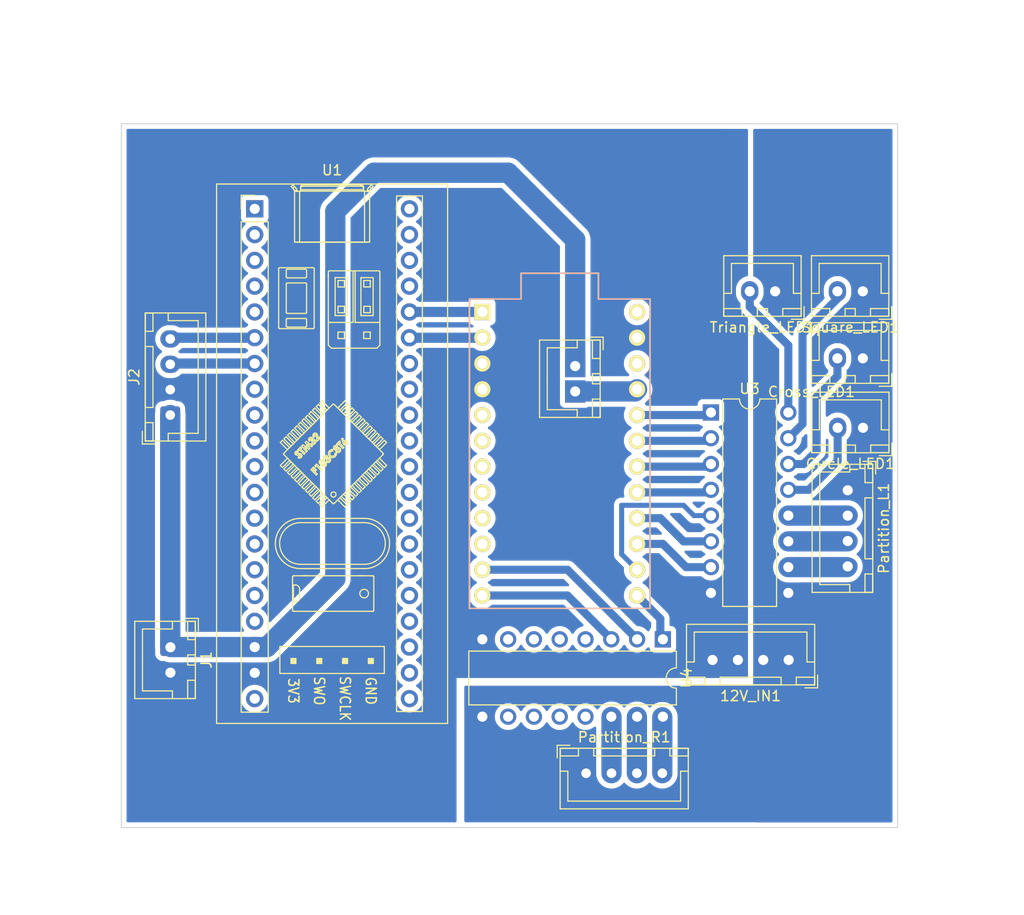
<source format=kicad_pcb>
(kicad_pcb (version 20210722) (generator pcbnew)
  (layers (0 "F.Cu" signal) (31 "B.Cu" signal) (34 "B.Paste" user) (35 "F.Paste" user) (36 "B.SilkS" user "B.Silkscreen") (37 "F.SilkS" user "F.Silkscreen") (38 "B.Mask" user) (39 "F.Mask" user) (44 "Edge.Cuts" user))
  (net 0 "")
  (net 9 "Net-(U1-Pad35)")
  (net 11 "Net-(U1-Pad36)")
  (net 35 "Net-(Circle_LED1-Pad2)")
  (net 44 "Net-(Cross_LED1-Pad2)")
  (net 45 "Net-(Partition_L1-Pad2)")
  (net 46 "Net-(Partition_L1-Pad3)")
  (net 47 "Net-(Partition_L1-Pad4)")
  (net 48 "Net-(Partition_R1-Pad2)")
  (net 49 "Net-(Partition_R1-Pad3)")
  (net 50 "Net-(Partition_R1-Pad4)")
  (net 53 "Net-(Square_LED1-Pad2)")
  (net 54 "Net-(Triangle_LED1-Pad2)")
  (net 55 "Net-(U2-Pad11)")
  (net 56 "Net-(U2-Pad12)")
  (net 57 "Net-(U2-Pad13)")
  (net 58 "Net-(U2-Pad14)")
  (net 59 "Net-(U2-Pad15)")
  (net 60 "Net-(U2-Pad16)")
  (net 61 "Net-(U2-Pad17)")
  (net 62 "Net-(U2-Pad18)")
  (net 63 "Net-(U2-Pad19)")
  (net 64 "Net-(U2-Pad20)")
  (net 73 "Net-(12V_IN1-Pad1)")
  (net 74 "Net-(Arduino_power1-Pad1)")
  (net 75 "Net-(Arduino_power1-Pad2)")
  (net 76 "Net-(U1-Pad7)")
  (net 77 "Net-(U1-Pad6)")
  (net 78 "Net-(12V_IN1-Pad3)")
  (footprint "Connector_JST:JST_XH_B2B-XH-A_1x02_P2.50mm_Vertical" (layer "F.Cu") (at 159.529 105.938 -90)
    (fp_text reference "J1" (at 1.25 -3.55 90) (layer "F.SilkS"))
    (fp_text value "Conn_01x02")
    (pad "1" thru_hole roundrect locked (at 0 0 270) (size 1.7 2) (drill 1) (layers *.Cu *.Mask) (roundrect_rratio 0.147059) (net 74 "Net-(Arduino_power1-Pad1)"))
    (pad "2" thru_hole oval locked (at 2.5 0 270) (size 1.7 2) (drill 1) (layers *.Cu *.Mask) (net 78 "Net-(12V_IN1-Pad3)"))
  )
  (footprint "bluepill:YAAJ_BluePill_1" (layer "F.Cu") (at 167.83 62.74)
    (fp_text reference "U1" (at 7.62 -3.81) (layer "F.SilkS"))
    (fp_text value "YAAJ_BluePill_Part_Like" hide)
    (fp_text user "SWCLK" (at 8.89 48.26 270 unlocked) (layer "F.SilkS") (effects (font (size 1 0.9))))
    (fp_text user "SWO" (at 6.35 47.498 270 unlocked) (layer "F.SilkS") (effects (font (size 1 0.9))))
    (fp_text user "GND" (at 11.43 47.498 270 unlocked) (layer "F.SilkS") (effects (font (size 1 0.9))))
    (fp_text user "3V3" (at 3.81 47.498 270 unlocked) (layer "F.SilkS") (effects (font (size 1 0.9))))
    (pad "1" thru_hole rect locked (at 0 0) (size 1.7 1.7) (drill 1) (layers *.Cu *.Mask))
    (pad "2" thru_hole circle locked (at 0 2.54) (size 1.7 1.7) (drill 1) (layers *.Cu *.Mask))
    (pad "3" thru_hole circle locked (at 0 5.08) (size 1.7 1.7) (drill 1) (layers *.Cu *.Mask))
    (pad "4" thru_hole circle locked (at 0 7.62) (size 1.7 1.7) (drill 1) (layers *.Cu *.Mask))
    (pad "5" thru_hole circle locked (at 0 10.16) (size 1.7 1.7) (drill 1) (layers *.Cu *.Mask))
    (pad "6" thru_hole circle locked (at 0 12.7) (size 1.7 1.7) (drill 1) (layers *.Cu *.Mask) (net 77 "Net-(U1-Pad6)"))
    (pad "7" thru_hole circle locked (at 0 15.24) (size 1.7 1.7) (drill 1) (layers *.Cu *.Mask) (net 76 "Net-(U1-Pad7)"))
    (pad "8" thru_hole circle locked (at 0 17.78) (size 1.7 1.7) (drill 1) (layers *.Cu *.Mask))
    (pad "9" thru_hole circle locked (at 0 20.32) (size 1.7 1.7) (drill 1) (layers *.Cu *.Mask))
    (pad "10" thru_hole circle locked (at 0 22.86) (size 1.7 1.7) (drill 1) (layers *.Cu *.Mask))
    (pad "11" thru_hole circle locked (at 0 25.4) (size 1.7 1.7) (drill 1) (layers *.Cu *.Mask))
    (pad "12" thru_hole circle locked (at 0 27.94) (size 1.7 1.7) (drill 1) (layers *.Cu *.Mask))
    (pad "13" thru_hole circle locked (at 0 30.48) (size 1.7 1.7) (drill 1) (layers *.Cu *.Mask))
    (pad "14" thru_hole circle locked (at 0 33.02) (size 1.7 1.7) (drill 1) (layers *.Cu *.Mask))
    (pad "15" thru_hole circle locked (at 0 35.56) (size 1.7 1.7) (drill 1) (layers *.Cu *.Mask))
    (pad "16" thru_hole circle locked (at 0 38.1) (size 1.7 1.7) (drill 1) (layers *.Cu *.Mask))
    (pad "17" thru_hole circle locked (at 0 40.64) (size 1.7 1.7) (drill 1) (layers *.Cu *.Mask))
    (pad "18" thru_hole circle locked (at 0 43.18) (size 1.7 1.7) (drill 1) (layers *.Cu *.Mask) (net 74 "Net-(Arduino_power1-Pad1)"))
    (pad "19" thru_hole circle locked (at 0 45.72) (size 1.7 1.7) (drill 1) (layers *.Cu *.Mask) (net 78 "Net-(12V_IN1-Pad3)"))
    (pad "20" thru_hole circle locked (at 0 48.26) (size 1.7 1.7) (drill 1) (layers *.Cu *.Mask))
    (pad "21" thru_hole circle locked (at 15.24 48.26) (size 1.7 1.7) (drill 1) (layers *.Cu *.Mask))
    (pad "22" thru_hole circle locked (at 15.24 45.72) (size 1.7 1.7) (drill 1) (layers *.Cu *.Mask))
    (pad "23" thru_hole circle locked (at 15.24 43.18) (size 1.7 1.7) (drill 1) (layers *.Cu *.Mask))
    (pad "24" thru_hole circle locked (at 15.24 40.64) (size 1.7 1.7) (drill 1) (layers *.Cu *.Mask))
    (pad "25" thru_hole circle locked (at 15.24 38.1) (size 1.7 1.7) (drill 1) (layers *.Cu *.Mask))
    (pad "26" thru_hole circle locked (at 15.24 35.56) (size 1.7 1.7) (drill 1) (layers *.Cu *.Mask))
    (pad "27" thru_hole circle locked (at 15.24 33.02) (size 1.7 1.7) (drill 1) (layers *.Cu *.Mask))
    (pad "28" thru_hole circle locked (at 15.24 30.48) (size 1.7 1.7) (drill 1) (layers *.Cu *.Mask))
    (pad "29" thru_hole circle locked (at 15.24 27.94) (size 1.7 1.7) (drill 1) (layers *.Cu *.Mask))
    (pad "30" thru_hole circle locked (at 15.24 25.4) (size 1.7 1.7) (drill 1) (layers *.Cu *.Mask))
    (pad "31" thru_hole circle locked (at 15.24 22.86) (size 1.7 1.7) (drill 1) (layers *.Cu *.Mask))
    (pad "32" thru_hole circle locked (at 15.24 20.32) (size 1.7 1.7) (drill 1) (layers *.Cu *.Mask))
    (pad "33" thru_hole circle locked (at 15.24 17.78) (size 1.7 1.7) (drill 1) (layers *.Cu *.Mask))
    (pad "34" thru_hole circle locked (at 15.24 15.24) (size 1.7 1.7) (drill 1) (layers *.Cu *.Mask))
    (pad "35" thru_hole circle locked (at 15.24 12.7) (size 1.7 1.7) (drill 1) (layers *.Cu *.Mask) (net 9 "Net-(U1-Pad35)"))
    (pad "36" thru_hole circle locked (at 15.24 10.16) (size 1.7 1.7) (drill 1) (layers *.Cu *.Mask) (net 11 "Net-(U1-Pad36)"))
    (pad "37" thru_hole circle locked (at 15.24 7.62) (size 1.7 1.7) (drill 1) (layers *.Cu *.Mask))
    (pad "38" thru_hole circle locked (at 15.24 5.08) (size 1.7 1.7) (drill 1) (layers *.Cu *.Mask))
    (pad "39" thru_hole circle locked (at 15.24 2.54) (size 1.7 1.7) (drill 1) (layers *.Cu *.Mask))
    (pad "40" thru_hole circle locked (at 15.24 0) (size 1.7 1.7) (drill 1) (layers *.Cu *.Mask))
  )
  (footprint "promicro:ProMicro" (layer "F.Cu") (at 197.866 86.868 -90)
    (fp_text reference "U2" hide)
    (fp_text value "ProMicro")
    (pad "1" thru_hole rect locked (at -13.97 7.62 270) (size 1.6 1.6) (drill 1) (layers *.Cu *.Mask "F.SilkS") (net 11 "Net-(U1-Pad36)"))
    (pad "2" thru_hole circle locked (at -11.43 7.62 270) (size 1.6 1.6) (drill 1) (layers *.Cu *.Mask "F.SilkS") (net 9 "Net-(U1-Pad35)"))
    (pad "3" thru_hole circle locked (at -8.89 7.62 270) (size 1.6 1.6) (drill 1) (layers *.Cu *.Mask "F.SilkS") (net 78 "Net-(12V_IN1-Pad3)"))
    (pad "4" thru_hole circle locked (at -6.35 7.62 270) (size 1.6 1.6) (drill 1) (layers *.Cu *.Mask "F.SilkS") (net 78 "Net-(12V_IN1-Pad3)"))
    (pad "5" thru_hole circle locked (at -3.81 7.62 270) (size 1.6 1.6) (drill 1) (layers *.Cu *.Mask "F.SilkS"))
    (pad "6" thru_hole circle locked (at -1.27 7.62 270) (size 1.6 1.6) (drill 1) (layers *.Cu *.Mask "F.SilkS"))
    (pad "7" thru_hole circle locked (at 1.27 7.62 270) (size 1.6 1.6) (drill 1) (layers *.Cu *.Mask "F.SilkS"))
    (pad "8" thru_hole circle locked (at 3.81 7.62 270) (size 1.6 1.6) (drill 1) (layers *.Cu *.Mask "F.SilkS"))
    (pad "9" thru_hole circle locked (at 6.35 7.62 270) (size 1.6 1.6) (drill 1) (layers *.Cu *.Mask "F.SilkS"))
    (pad "10" thru_hole circle locked (at 8.89 7.62 270) (size 1.6 1.6) (drill 1) (layers *.Cu *.Mask "F.SilkS"))
    (pad "11" thru_hole circle locked (at 11.43 7.62 270) (size 1.6 1.6) (drill 1) (layers *.Cu *.Mask "F.SilkS") (net 55 "Net-(U2-Pad11)"))
    (pad "12" thru_hole circle locked (at 13.97 7.62 270) (size 1.6 1.6) (drill 1) (layers *.Cu *.Mask "F.SilkS") (net 56 "Net-(U2-Pad12)"))
    (pad "13" thru_hole circle locked (at 13.97 -7.62 270) (size 1.6 1.6) (drill 1) (layers *.Cu *.Mask "F.SilkS") (net 57 "Net-(U2-Pad13)"))
    (pad "14" thru_hole circle locked (at 11.43 -7.62 270) (size 1.6 1.6) (drill 1) (layers *.Cu *.Mask "F.SilkS") (net 58 "Net-(U2-Pad14)"))
    (pad "15" thru_hole circle locked (at 8.89 -7.62 270) (size 1.6 1.6) (drill 1) (layers *.Cu *.Mask "F.SilkS") (net 59 "Net-(U2-Pad15)"))
    (pad "16" thru_hole circle locked (at 6.35 -7.62 270) (size 1.6 1.6) (drill 1) (layers *.Cu *.Mask "F.SilkS") (net 60 "Net-(U2-Pad16)"))
    (pad "17" thru_hole circle locked (at 3.81 -7.62 270) (size 1.6 1.6) (drill 1) (layers *.Cu *.Mask "F.SilkS") (net 61 "Net-(U2-Pad17)"))
    (pad "18" thru_hole circle locked (at 1.27 -7.62 270) (size 1.6 1.6) (drill 1) (layers *.Cu *.Mask "F.SilkS") (net 62 "Net-(U2-Pad18)"))
    (pad "19" thru_hole circle locked (at -1.27 -7.62 270) (size 1.6 1.6) (drill 1) (layers *.Cu *.Mask "F.SilkS") (net 63 "Net-(U2-Pad19)"))
    (pad "20" thru_hole circle locked (at -3.81 -7.62 270) (size 1.6 1.6) (drill 1) (layers *.Cu *.Mask "F.SilkS") (net 64 "Net-(U2-Pad20)"))
    (pad "21" thru_hole circle locked (at -6.35 -7.62 270) (size 1.6 1.6) (drill 1) (layers *.Cu *.Mask "F.SilkS") (net 75 "Net-(Arduino_power1-Pad2)"))
    (pad "22" thru_hole circle locked (at -8.89 -7.62 270) (size 1.6 1.6) (drill 1) (layers *.Cu *.Mask "F.SilkS"))
    (pad "23" thru_hole circle locked (at -11.43 -7.62 270) (size 1.6 1.6) (drill 1) (layers *.Cu *.Mask "F.SilkS") (net 78 "Net-(12V_IN1-Pad3)"))
    (pad "24" thru_hole circle locked (at -13.97 -7.62 270) (size 1.6 1.6) (drill 1) (layers *.Cu *.Mask "F.SilkS"))
  )
  (footprint "Connector_JST:JST_XH_B4B-XH-A_1x04_P2.50mm_Vertical" (layer "F.Cu") (at 226.228 90.469 -90)
    (fp_text reference "Partition_L1" (at 3.75 -3.55 90) (layer "F.SilkS"))
    (fp_text value "Conn_01x04")
    (pad "1" thru_hole roundrect locked (at 0 0 270) (size 1.7 1.95) (drill 1) (layers *.Cu *.Mask) (roundrect_rratio 0.147059) (net 73 "Net-(12V_IN1-Pad1)"))
    (pad "2" thru_hole oval locked (at 2.5 0 270) (size 1.7 1.95) (drill 1) (layers *.Cu *.Mask) (net 45 "Net-(Partition_L1-Pad2)"))
    (pad "3" thru_hole oval locked (at 5 0 270) (size 1.7 1.95) (drill 1) (layers *.Cu *.Mask) (net 46 "Net-(Partition_L1-Pad3)"))
    (pad "4" thru_hole oval locked (at 7.5 0 270) (size 1.7 1.95) (drill 1) (layers *.Cu *.Mask) (net 47 "Net-(Partition_L1-Pad4)"))
  )
  (footprint "Connector_JST:JST_XH_B4B-XH-A_1x04_P2.50mm_Vertical" (layer "F.Cu") (at 220.412 107.188 180)
    (fp_text reference "12V_IN1" (at 3.75 -3.55) (layer "F.SilkS"))
    (fp_text value "Conn_01x04")
    (pad "1" thru_hole roundrect locked (at 0 0 180) (size 1.7 1.95) (drill 1) (layers *.Cu *.Mask) (roundrect_rratio 0.147059) (net 73 "Net-(12V_IN1-Pad1)"))
    (pad "2" thru_hole oval locked (at 2.5 0 180) (size 1.7 1.95) (drill 1) (layers *.Cu *.Mask) (net 73 "Net-(12V_IN1-Pad1)"))
    (pad "3" thru_hole oval locked (at 5 0 180) (size 1.7 1.95) (drill 1) (layers *.Cu *.Mask) (net 78 "Net-(12V_IN1-Pad3)"))
    (pad "4" thru_hole oval locked (at 7.5 0 180) (size 1.7 1.95) (drill 1) (layers *.Cu *.Mask) (net 78 "Net-(12V_IN1-Pad3)"))
  )
  (footprint "Connector_JST:JST_XH_B2B-XH-A_1x02_P2.50mm_Vertical" (layer "F.Cu") (at 227.715 70.868 180)
    (fp_text reference "Square_LED1" (at 1.25 -3.55) (layer "F.SilkS"))
    (fp_text value "Conn_01x02")
    (pad "1" thru_hole roundrect locked (at 0 0 180) (size 1.7 2) (drill 1) (layers *.Cu *.Mask) (roundrect_rratio 0.147059) (net 73 "Net-(12V_IN1-Pad1)"))
    (pad "2" thru_hole oval locked (at 2.5 0 180) (size 1.7 2) (drill 1) (layers *.Cu *.Mask) (net 53 "Net-(Square_LED1-Pad2)"))
  )
  (footprint "Connector_JST:JST_XH_B2B-XH-A_1x02_P2.50mm_Vertical" (layer "F.Cu") (at 199.39 78.232 -90)
    (fp_text reference "Arduino_power1" hide)
    (fp_text value "Conn_01x02" hide)
    (pad "1" thru_hole rect locked (at 0 0 270) (size 2.2 2) (drill 1) (layers *.Cu *.Mask) (net 74 "Net-(Arduino_power1-Pad1)"))
    (pad "2" thru_hole rect locked (at 2.5 0 270) (size 2.2 2) (drill 1) (layers *.Cu *.Mask) (net 75 "Net-(Arduino_power1-Pad2)"))
  )
  (footprint "Connector_JST:JST_XH_B2B-XH-A_1x02_P2.50mm_Vertical" (layer "F.Cu") (at 219.079 70.868 180)
    (fp_text reference "Triangle_LED1" (at 1.25 -3.55) (layer "F.SilkS"))
    (fp_text value "Conn_01x02")
    (pad "1" thru_hole roundrect locked (at 0 0 180) (size 1.7 2) (drill 1) (layers *.Cu *.Mask) (roundrect_rratio 0.147059) (net 73 "Net-(12V_IN1-Pad1)"))
    (pad "2" thru_hole oval locked (at 2.5 0 180) (size 1.7 2) (drill 1) (layers *.Cu *.Mask) (net 54 "Net-(Triangle_LED1-Pad2)"))
  )
  (footprint "Package_DIP:DIP-16_W7.62mm" (layer "F.Cu") (at 208.026 105.156 -90)
    (fp_text reference "U4" (at 3.81 -2.33 90) (layer "F.SilkS"))
    (fp_text value "ULN2003")
    (pad "1" thru_hole rect locked (at 0 0 270) (size 1.6 1.6) (drill 1) (layers *.Cu *.Mask) (net 57 "Net-(U2-Pad13)"))
    (pad "2" thru_hole oval locked (at 0 2.54 270) (size 1.6 1.6) (drill 1) (layers *.Cu *.Mask) (net 55 "Net-(U2-Pad11)"))
    (pad "3" thru_hole oval locked (at 0 5.08 270) (size 1.6 1.6) (drill 1) (layers *.Cu *.Mask) (net 56 "Net-(U2-Pad12)"))
    (pad "4" thru_hole oval locked (at 0 7.62 270) (size 1.6 1.6) (drill 1) (layers *.Cu *.Mask))
    (pad "5" thru_hole oval locked (at 0 10.16 270) (size 1.6 1.6) (drill 1) (layers *.Cu *.Mask))
    (pad "6" thru_hole oval locked (at 0 12.7 270) (size 1.6 1.6) (drill 1) (layers *.Cu *.Mask))
    (pad "7" thru_hole oval locked (at 0 15.24 270) (size 1.6 1.6) (drill 1) (layers *.Cu *.Mask))
    (pad "8" thru_hole oval locked (at 0 17.78 270) (size 1.6 1.6) (drill 1) (layers *.Cu *.Mask) (net 78 "Net-(12V_IN1-Pad3)"))
    (pad "9" thru_hole oval locked (at 7.62 17.78 270) (size 1.6 1.6) (drill 1) (layers *.Cu *.Mask) (net 73 "Net-(12V_IN1-Pad1)"))
    (pad "10" thru_hole oval locked (at 7.62 15.24 270) (size 1.6 1.6) (drill 1) (layers *.Cu *.Mask))
    (pad "11" thru_hole oval locked (at 7.62 12.7 270) (size 1.6 1.6) (drill 1) (layers *.Cu *.Mask))
    (pad "12" thru_hole oval locked (at 7.62 10.16 270) (size 1.6 1.6) (drill 1) (layers *.Cu *.Mask))
    (pad "13" thru_hole oval locked (at 7.62 7.62 270) (size 1.6 1.6) (drill 1) (layers *.Cu *.Mask))
    (pad "14" thru_hole oval locked (at 7.62 5.08 270) (size 1.6 1.6) (drill 1) (layers *.Cu *.Mask) (net 48 "Net-(Partition_R1-Pad2)"))
    (pad "15" thru_hole oval locked (at 7.62 2.54 270) (size 1.6 1.6) (drill 1) (layers *.Cu *.Mask) (net 49 "Net-(Partition_R1-Pad3)"))
    (pad "16" thru_hole oval locked (at 7.62 0 270) (size 1.6 1.6) (drill 1) (layers *.Cu *.Mask) (net 50 "Net-(Partition_R1-Pad4)"))
  )
  (footprint "Package_DIP:DIP-16_W7.62mm" (layer "F.Cu") (at 212.759 82.804)
    (fp_text reference "U3" (at 3.81 -2.33) (layer "F.SilkS"))
    (fp_text value "ULN2003")
    (pad "1" thru_hole rect locked (at 0 0) (size 1.6 1.6) (drill 1) (layers *.Cu *.Mask) (net 64 "Net-(U2-Pad20)"))
    (pad "2" thru_hole oval locked (at 0 2.54) (size 1.6 1.6) (drill 1) (layers *.Cu *.Mask) (net 63 "Net-(U2-Pad19)"))
    (pad "3" thru_hole oval locked (at 0 5.08) (size 1.6 1.6) (drill 1) (layers *.Cu *.Mask) (net 62 "Net-(U2-Pad18)"))
    (pad "4" thru_hole oval locked (at 0 7.62) (size 1.6 1.6) (drill 1) (layers *.Cu *.Mask) (net 61 "Net-(U2-Pad17)"))
    (pad "5" thru_hole oval locked (at 0 10.16) (size 1.6 1.6) (drill 1) (layers *.Cu *.Mask) (net 58 "Net-(U2-Pad14)"))
    (pad "6" thru_hole oval locked (at 0 12.7) (size 1.6 1.6) (drill 1) (layers *.Cu *.Mask) (net 60 "Net-(U2-Pad16)"))
    (pad "7" thru_hole oval locked (at 0 15.24) (size 1.6 1.6) (drill 1) (layers *.Cu *.Mask) (net 59 "Net-(U2-Pad15)"))
    (pad "8" thru_hole oval locked (at 0 17.78) (size 1.6 1.6) (drill 1) (layers *.Cu *.Mask) (net 78 "Net-(12V_IN1-Pad3)"))
    (pad "9" thru_hole oval locked (at 7.62 17.78) (size 1.6 1.6) (drill 1) (layers *.Cu *.Mask) (net 73 "Net-(12V_IN1-Pad1)"))
    (pad "10" thru_hole oval locked (at 7.62 15.24) (size 1.6 1.6) (drill 1) (layers *.Cu *.Mask) (net 47 "Net-(Partition_L1-Pad4)"))
    (pad "11" thru_hole oval locked (at 7.62 12.7) (size 1.6 1.6) (drill 1) (layers *.Cu *.Mask) (net 46 "Net-(Partition_L1-Pad3)"))
    (pad "12" thru_hole oval locked (at 7.62 10.16) (size 1.6 1.6) (drill 1) (layers *.Cu *.Mask) (net 45 "Net-(Partition_L1-Pad2)"))
    (pad "13" thru_hole oval locked (at 7.62 7.62) (size 1.6 1.6) (drill 1) (layers *.Cu *.Mask) (net 35 "Net-(Circle_LED1-Pad2)"))
    (pad "14" thru_hole oval locked (at 7.62 5.08) (size 1.6 1.6) (drill 1) (layers *.Cu *.Mask) (net 44 "Net-(Cross_LED1-Pad2)"))
    (pad "15" thru_hole oval locked (at 7.62 2.54) (size 1.6 1.6) (drill 1) (layers *.Cu *.Mask) (net 53 "Net-(Square_LED1-Pad2)"))
    (pad "16" thru_hole oval locked (at 7.62 0) (size 1.6 1.6) (drill 1) (layers *.Cu *.Mask) (net 54 "Net-(Triangle_LED1-Pad2)"))
  )
  (footprint "Connector_JST:JST_XH_B4B-XH-A_1x04_P2.50mm_Vertical" (layer "F.Cu") (at 200.466 118.347)
    (fp_text reference "Partition_R1" (at 3.75 -3.55) (layer "F.SilkS"))
    (fp_text value "Conn_01x04")
    (pad "1" thru_hole roundrect locked (at 0 0) (size 1.7 1.95) (drill 0.95) (layers *.Cu *.Mask) (roundrect_rratio 0.147059) (net 73 "Net-(12V_IN1-Pad1)"))
    (pad "2" thru_hole oval locked (at 2.5 0) (size 1.7 1.95) (drill 0.95) (layers *.Cu *.Mask) (net 48 "Net-(Partition_R1-Pad2)"))
    (pad "3" thru_hole oval locked (at 5 0) (size 1.7 1.95) (drill 0.95) (layers *.Cu *.Mask) (net 49 "Net-(Partition_R1-Pad3)"))
    (pad "4" thru_hole oval locked (at 7.5 0) (size 1.7 1.95) (drill 0.95) (layers *.Cu *.Mask) (net 50 "Net-(Partition_R1-Pad4)"))
  )
  (footprint "Connector_JST:JST_XH_B2B-XH-A_1x02_P2.50mm_Vertical" (layer "F.Cu") (at 227.735 84.313 180)
    (fp_text reference "Circle_LED1" (at 1.25 -3.55) (layer "F.SilkS"))
    (fp_text value "Conn_01x02")
    (pad "1" thru_hole roundrect locked (at 0 0 180) (size 1.7 2) (drill 1) (layers *.Cu *.Mask) (roundrect_rratio 0.147059) (net 73 "Net-(12V_IN1-Pad1)"))
    (pad "2" thru_hole oval locked (at 2.5 0 180) (size 1.7 2) (drill 1) (layers *.Cu *.Mask) (net 35 "Net-(Circle_LED1-Pad2)"))
  )
  (footprint "Connector_JST:JST_XH_B4B-XH-A_1x04_P2.50mm_Vertical" (layer "F.Cu") (at 159.512 83.058 90)
    (fp_text reference "J2" (at 3.75 -3.55 90) (layer "F.SilkS"))
    (fp_text value "Conn_01x04")
    (pad "1" thru_hole roundrect locked (at 0 0 90) (size 1.7 1.95) (drill 0.95) (layers *.Cu *.Mask) (roundrect_rratio 0.147059) (net 74 "Net-(Arduino_power1-Pad1)"))
    (pad "2" thru_hole oval locked (at 2.5 0 90) (size 1.7 1.95) (drill 0.95) (layers *.Cu *.Mask) (net 78 "Net-(12V_IN1-Pad3)"))
    (pad "3" thru_hole oval locked (at 5 0 90) (size 1.7 1.95) (drill 0.95) (layers *.Cu *.Mask) (net 76 "Net-(U1-Pad7)"))
    (pad "4" thru_hole oval locked (at 7.5 0 90) (size 1.7 1.95) (drill 0.95) (layers *.Cu *.Mask) (net 77 "Net-(U1-Pad6)"))
  )
  (footprint "Connector_JST:JST_XH_B2B-XH-A_1x02_P2.50mm_Vertical" (layer "F.Cu") (at 227.715 77.472 180)
    (fp_text reference "Cross_LED1" (at 5.06 -3.296) (layer "F.SilkS"))
    (fp_text value "Conn_01x02")
    (pad "1" thru_hole roundrect locked (at 0 0 180) (size 1.7 2) (drill 1) (layers *.Cu *.Mask) (roundrect_rratio 0.147059) (net 73 "Net-(12V_IN1-Pad1)"))
    (pad "2" thru_hole oval locked (at 2.5 0 180) (size 1.7 2) (drill 1) (layers *.Cu *.Mask) (net 44 "Net-(Cross_LED1-Pad2)"))
  )
  (gr_rect (start 231.14 123.698) (end 154.698528 54.356) (layer "Edge.Cuts") (width 0.1) (fill none))
  (segment (start 190.244 75.44) (end 190.246 75.438) (width 1) (layer "B.Cu") (net 9))
  (segment (start 183.07 75.44) (end 190.244 75.44) (width 1) (layer "B.Cu") (net 9))
  (segment (start 183.07 72.9) (end 190.244 72.9) (width 1) (layer "B.Cu") (net 11))
  (segment (start 190.244 72.9) (end 190.246 72.898) (width 1) (layer "B.Cu") (net 11))
  (segment (start 220.379 90.424) (end 222.386 90.424) (width 0.8) (layer "B.Cu") (net 35))
  (segment (start 222.386 90.424) (end 225.235 87.575) (width 0.8) (layer "B.Cu") (net 35))
  (segment (start 225.235 87.575) (end 225.235 84.313) (width 0.8) (layer "B.Cu") (net 35))
  (segment (start 220.379 87.884) (end 221.878 87.884) (width 0.8) (layer "B.Cu") (net 44))
  (segment (start 223.163 81.265) (end 225.215 79.213) (width 0.8) (layer "B.Cu") (net 44))
  (segment (start 223.163 86.599) (end 223.163 81.265) (width 0.8) (layer "B.Cu") (net 44))
  (segment (start 221.878 87.884) (end 223.163 86.599) (width 0.8) (layer "B.Cu") (net 44))
  (segment (start 225.215 79.213) (end 225.215 77.472) (width 0.8) (layer "B.Cu") (net 44))
  (segment (start 220.379 92.964) (end 226.223 92.964) (width 2) (layer "B.Cu") (net 45))
  (segment (start 220.379 95.504) (end 226.193 95.504) (width 2) (layer "B.Cu") (net 46))
  (segment (start 220.379 98.044) (end 226.153 98.044) (width 2) (layer "B.Cu") (net 47))
  (segment (start 202.966 112.796) (end 202.946 112.776) (width 1.8) (layer "B.Cu") (net 48))
  (segment (start 202.966 118.347) (end 202.966 112.796) (width 2) (layer "B.Cu") (net 48))
  (segment (start 205.466 118.347) (end 205.466 112.796) (width 2) (layer "B.Cu") (net 49))
  (segment (start 205.466 112.796) (end 205.486 112.776) (width 1.8) (layer "B.Cu") (net 49))
  (segment (start 205.72 113.01) (end 205.486 112.776) (width 1) (layer "B.Cu") (net 49))
  (segment (start 207.966 112.836) (end 208.026 112.776) (width 1.8) (layer "B.Cu") (net 50))
  (segment (start 207.966 118.347) (end 207.966 112.836) (width 2) (layer "B.Cu") (net 50))
  (segment (start 221.778511 83.944489) (end 221.778511 75.029489) (width 0.8) (layer "B.Cu") (net 53))
  (segment (start 225.215 71.593) (end 225.215 70.868) (width 0.8) (layer "B.Cu") (net 53))
  (segment (start 220.379 85.344) (end 221.778511 83.944489) (width 0.8) (layer "B.Cu") (net 53))
  (segment (start 221.778511 75.029489) (end 225.215 71.593) (width 0.8) (layer "B.Cu") (net 53))
  (segment (start 220.379 76.195) (end 216.579 72.395) (width 0.8) (layer "B.Cu") (net 54))
  (segment (start 220.379 82.804) (end 220.379 76.195) (width 0.8) (layer "B.Cu") (net 54))
  (segment (start 216.579 72.395) (end 216.579 70.868) (width 0.8) (layer "B.Cu") (net 54))
  (segment (start 190.246 98.298) (end 198.628 98.298) (width 0.8) (layer "B.Cu") (net 55))
  (segment (start 198.628 98.298) (end 205.486 105.156) (width 0.8) (layer "B.Cu") (net 55))
  (segment (start 198.628 100.838) (end 202.946 105.156) (width 0.8) (layer "B.Cu") (net 56))
  (segment (start 190.246 100.838) (end 198.628 100.838) (width 0.8) (layer "B.Cu") (net 56))
  (segment (start 207.772 103.124) (end 207.772 104.902) (width 0.8) (layer "B.Cu") (net 57))
  (segment (start 205.486 100.838) (end 207.772 103.124) (width 0.8) (layer "B.Cu") (net 57))
  (segment (start 207.772 104.902) (end 208.026 105.156) (width 0.8) (layer "B.Cu") (net 57))
  (segment (start 205.486 98.298) (end 203.962 96.774) (width 0.5) (layer "B.Cu") (net 58))
  (segment (start 203.962 96.774) (end 203.962 91.948) (width 0.5) (layer "B.Cu") (net 58))
  (segment (start 210.058 91.948) (end 211.074 92.964) (width 0.5) (layer "B.Cu") (net 58))
  (segment (start 211.074 92.964) (end 212.759 92.964) (width 0.5) (layer "B.Cu") (net 58))
  (segment (start 203.962 91.948) (end 210.058 91.948) (width 0.5) (layer "B.Cu") (net 58))
  (segment (start 208.026 95.758) (end 210.312 98.044) (width 0.8) (layer "B.Cu") (net 59))
  (segment (start 205.486 95.758) (end 208.026 95.758) (width 0.8) (layer "B.Cu") (net 59))
  (segment (start 210.312 98.044) (end 212.759 98.044) (width 0.8) (layer "B.Cu") (net 59))
  (segment (start 210.058 95.504) (end 212.759 95.504) (width 0.8) (layer "B.Cu") (net 60))
  (segment (start 205.486 93.218) (end 207.772 93.218) (width 0.8) (layer "B.Cu") (net 60))
  (segment (start 207.772 93.218) (end 210.058 95.504) (width 0.8) (layer "B.Cu") (net 60))
  (segment (start 205.486 90.678) (end 212.505 90.678) (width 0.8) (layer "B.Cu") (net 61))
  (segment (start 212.505 90.678) (end 212.759 90.424) (width 0.8) (layer "B.Cu") (net 61))
  (segment (start 205.486 88.138) (end 212.505 88.138) (width 0.8) (layer "B.Cu") (net 62))
  (segment (start 212.505 88.138) (end 212.759 87.884) (width 0.8) (layer "B.Cu") (net 62))
  (segment (start 212.505 85.598) (end 212.759 85.344) (width 0.8) (layer "B.Cu") (net 63))
  (segment (start 205.486 85.598) (end 212.505 85.598) (width 0.8) (layer "B.Cu") (net 63))
  (segment (start 205.486 83.058) (end 212.505 83.058) (width 0.8) (layer "B.Cu") (net 64))
  (segment (start 212.505 83.058) (end 212.759 82.804) (width 0.8) (layer "B.Cu") (net 64))
  (segment (start 167.83 105.92) (end 169.032081 105.92) (width 2) (layer "B.Cu") (net 74))
  (segment (start 159.587 105.92) (end 159.529 105.978) (width 1.8) (layer "B.Cu") (net 74))
  (segment (start 167.83 105.92) (end 159.587 105.92) (width 2) (layer "B.Cu") (net 74))
  (segment (start 159.512 105.845) (end 159.512 83.058) (width 2) (layer "B.Cu") (net 74))
  (segment (start 175.768 99.184081) (end 175.768 62.992) (width 2) (layer "B.Cu") (net 74))
  (segment (start 175.768 62.992) (end 179.578 59.182) (width 2) (layer "B.Cu") (net 74))
  (segment (start 169.032081 105.92) (end 175.768 99.184081) (width 2) (layer "B.Cu") (net 74))
  (segment (start 179.578 59.182) (end 192.786 59.182) (width 2) (layer "B.Cu") (net 74))
  (segment (start 192.786 59.182) (end 199.39 65.786) (width 2) (layer "B.Cu") (net 74))
  (segment (start 159.587 105.92) (end 159.512 105.845) (width 1.8) (layer "B.Cu") (net 74))
  (segment (start 199.39 65.786) (end 199.39 78.232) (width 2) (layer "B.Cu") (net 74))
  (segment (start 205.272 80.732) (end 205.486 80.518) (width 2) (layer "B.Cu") (net 75))
  (segment (start 199.39 80.732) (end 205.272 80.732) (width 2) (layer "B.Cu") (net 75))
  (segment (start 167.83 77.98) (end 159.59 77.98) (width 1) (layer "B.Cu") (net 76))
  (segment (start 167.752 78.058) (end 167.83 77.98) (width 1) (layer "B.Cu") (net 76))
  (segment (start 159.59 77.98) (end 159.512 78.058) (width 1) (layer "B.Cu") (net 76))
  (segment (start 167.712 75.558) (end 167.83 75.44) (width 1) (layer "B.Cu") (net 77))
  (segment (start 167.83 75.44) (end 159.63 75.44) (width 1) (layer "B.Cu") (net 77))
  (segment (start 159.63 75.44) (end 159.512 75.558) (width 1) (layer "B.Cu") (net 77))
  (zone (net 0) (net_name "") (layer "B.Cu") (connect_pads yes (clearance 0.508)) (min_thickness 0.254) (fill yes (thermal_gap 0.508) (thermal_bridge_width 0.508))
    (polygon (pts (xy 243.586 127.762) (xy 217.17 127.762) (xy 217.17 51.562) (xy 243.332 51.308)))
  )
  (zone (net 0) (net_name "") (layer "B.Cu") (connect_pads yes (clearance 0.508)) (min_thickness 0.254) (fill yes (thermal_gap 0.508) (thermal_bridge_width 0.508))
    (polygon (pts (xy 214.122 51.816) (xy 214.884 107.696) (xy 151.638 107.95) (xy 150.126192 107.95) (xy 149.86 51.562)))
  )
  (zone (net 73) (net_name "Net-(12V_IN1-Pad1)") (layer "B.Cu") (connect_pads yes (clearance 0.508)) (min_thickness 0.254) (fill yes (thermal_gap 0.508) (thermal_bridge_width 0.508))
    (polygon (pts (xy 232.156 132.334) (xy 188.468 132.334) (xy 188.468 109.728) (xy 216.916 109.728) (xy 216.916 42.164) (xy 232.156 42.164)))
  )
  (zone (net 78) (net_name "Net-(12V_IN1-Pad3)") (layer "B.Cu") (connect_pads yes (clearance 0.508)) (min_thickness 0.254) (fill yes (thermal_gap 0.508) (thermal_bridge_width 0.508))
    (polygon (pts (xy 216.408 42.164) (xy 216.408 60.198) (xy 216.408 101.346) (xy 216.408 103.378) (xy 216.408 104.902) (xy 216.408 108.966) (xy 187.706 108.966) (xy 187.706 132.334) (xy 142.748 132.334) (xy 142.748 42.418) (xy 212.344 42.164)))
  )
)
</source>
